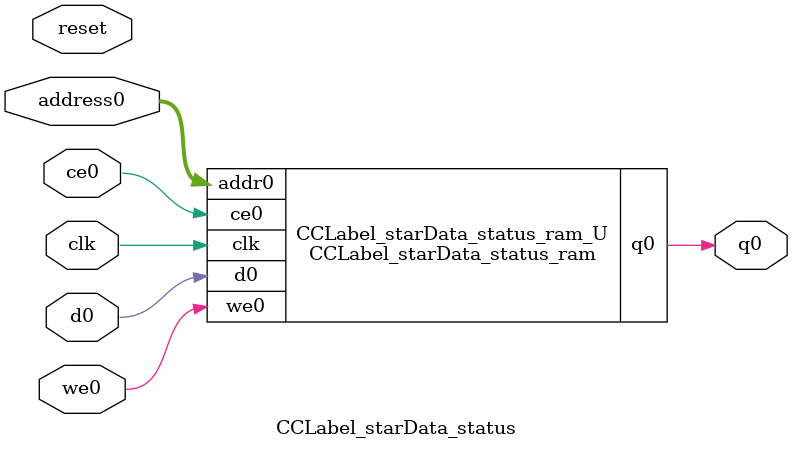
<source format=v>

`timescale 1 ns / 1 ps
module CCLabel_starData_status_ram (addr0, ce0, d0, we0, q0,  clk);

parameter DWIDTH = 1;
parameter AWIDTH = 5;
parameter MEM_SIZE = 30;

input[AWIDTH-1:0] addr0;
input ce0;
input[DWIDTH-1:0] d0;
input we0;
output reg[DWIDTH-1:0] q0;
input clk;

(* ram_style = "distributed" *)reg [DWIDTH-1:0] ram[MEM_SIZE-1:0];




always @(posedge clk)  
begin 
    if (ce0) 
    begin
        if (we0) 
        begin 
            ram[addr0] <= d0; 
            q0 <= d0;
        end 
        else 
            q0 <= ram[addr0];
    end
end


endmodule


`timescale 1 ns / 1 ps
module CCLabel_starData_status(
    reset,
    clk,
    address0,
    ce0,
    we0,
    d0,
    q0);

parameter DataWidth = 32'd1;
parameter AddressRange = 32'd30;
parameter AddressWidth = 32'd5;
input reset;
input clk;
input[AddressWidth - 1:0] address0;
input ce0;
input we0;
input[DataWidth - 1:0] d0;
output[DataWidth - 1:0] q0;



CCLabel_starData_status_ram CCLabel_starData_status_ram_U(
    .clk( clk ),
    .addr0( address0 ),
    .ce0( ce0 ),
    .d0( d0 ),
    .we0( we0 ),
    .q0( q0 ));

endmodule


</source>
